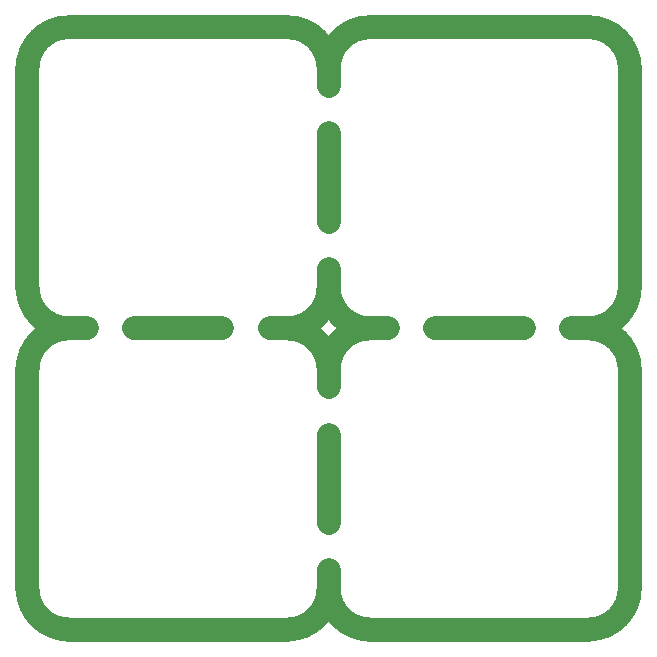
<source format=gbr>
G04 (created by PCBNEW (2013-03-19 BZR 4021)-testing) date Wed 20 Mar 2013 09:39:56 PM CET*
%MOIN*%
G04 Gerber Fmt 3.4, Leading zero omitted, Abs format*
%FSLAX34Y34*%
G01*
G70*
G90*
G04 APERTURE LIST*
%ADD10C,3.14961e-06*%
%ADD11C,0.0787402*%
G04 APERTURE END LIST*
G54D10*
G54D11*
X41437Y-22736D02*
X40846Y-22736D01*
X31397Y-22736D02*
X30807Y-22736D01*
X39468Y-30807D02*
X39468Y-31397D01*
X39468Y-26279D02*
X39468Y-29232D01*
X39468Y-24704D02*
X39468Y-24114D01*
X47539Y-22736D02*
X48129Y-22736D01*
X43011Y-22736D02*
X45964Y-22736D01*
X37500Y-22736D02*
X38090Y-22736D01*
X32972Y-22736D02*
X35925Y-22736D01*
X39468Y-20767D02*
X39468Y-21358D01*
X39468Y-16240D02*
X39468Y-19192D01*
X39468Y-14074D02*
X39468Y-14665D01*
X40846Y-32775D02*
X48129Y-32775D01*
X30807Y-32775D02*
X38090Y-32775D01*
X29429Y-24114D02*
X29429Y-31397D01*
X29429Y-14074D02*
X29429Y-21358D01*
X49507Y-24114D02*
X49507Y-31397D01*
X49507Y-14074D02*
X49507Y-21358D01*
X40846Y-12696D02*
X48129Y-12696D01*
X30807Y-12696D02*
X38090Y-12696D01*
X29429Y-21358D02*
G75*
G03X30807Y-22736I1377J0D01*
G74*
G01*
X30807Y-22736D02*
G75*
G03X29429Y-24114I0J-1377D01*
G74*
G01*
X40846Y-12696D02*
G75*
G03X39468Y-14074I0J-1377D01*
G74*
G01*
X29429Y-31397D02*
G75*
G03X30807Y-32775I1377J0D01*
G74*
G01*
X38090Y-32775D02*
G75*
G03X39468Y-31397I0J1377D01*
G74*
G01*
X39468Y-31397D02*
G75*
G03X40846Y-32775I1377J0D01*
G74*
G01*
X48129Y-32775D02*
G75*
G03X49507Y-31397I0J1377D01*
G74*
G01*
X49507Y-24114D02*
G75*
G03X48129Y-22736I-1377J0D01*
G74*
G01*
X48129Y-22736D02*
G75*
G03X49507Y-21358I0J1377D01*
G74*
G01*
X49507Y-14074D02*
G75*
G03X48129Y-12696I-1377J0D01*
G74*
G01*
X39468Y-14074D02*
G75*
G03X38090Y-12696I-1377J0D01*
G74*
G01*
X30807Y-12696D02*
G75*
G03X29429Y-14074I0J-1377D01*
G74*
G01*
X38090Y-22736D02*
G75*
G03X39468Y-21358I0J1377D01*
G74*
G01*
X39468Y-21358D02*
G75*
G03X40846Y-22736I1377J0D01*
G74*
G01*
X39468Y-24114D02*
G75*
G03X38090Y-22736I-1377J0D01*
G74*
G01*
X40846Y-22736D02*
G75*
G03X39468Y-24114I0J-1377D01*
G74*
G01*
X39468Y-20767D02*
X39468Y-20767D01*
X39468Y-19192D02*
X39468Y-19192D01*
X31397Y-22736D02*
X31397Y-22736D01*
X32972Y-22736D02*
X32972Y-22736D01*
X35925Y-22736D02*
X35925Y-22736D01*
X37500Y-22736D02*
X37500Y-22736D01*
X41437Y-22736D02*
X41437Y-22736D01*
X43011Y-22736D02*
X43011Y-22736D01*
X45964Y-22736D02*
X45964Y-22736D01*
X47539Y-22736D02*
X47539Y-22736D01*
X39468Y-26279D02*
X39468Y-26279D01*
X39468Y-24704D02*
X39468Y-24704D01*
X39468Y-30807D02*
X39468Y-30807D01*
X39468Y-29232D02*
X39468Y-29232D01*
X39468Y-16240D02*
X39468Y-16240D01*
X39468Y-14665D02*
X39468Y-14665D01*
M02*

</source>
